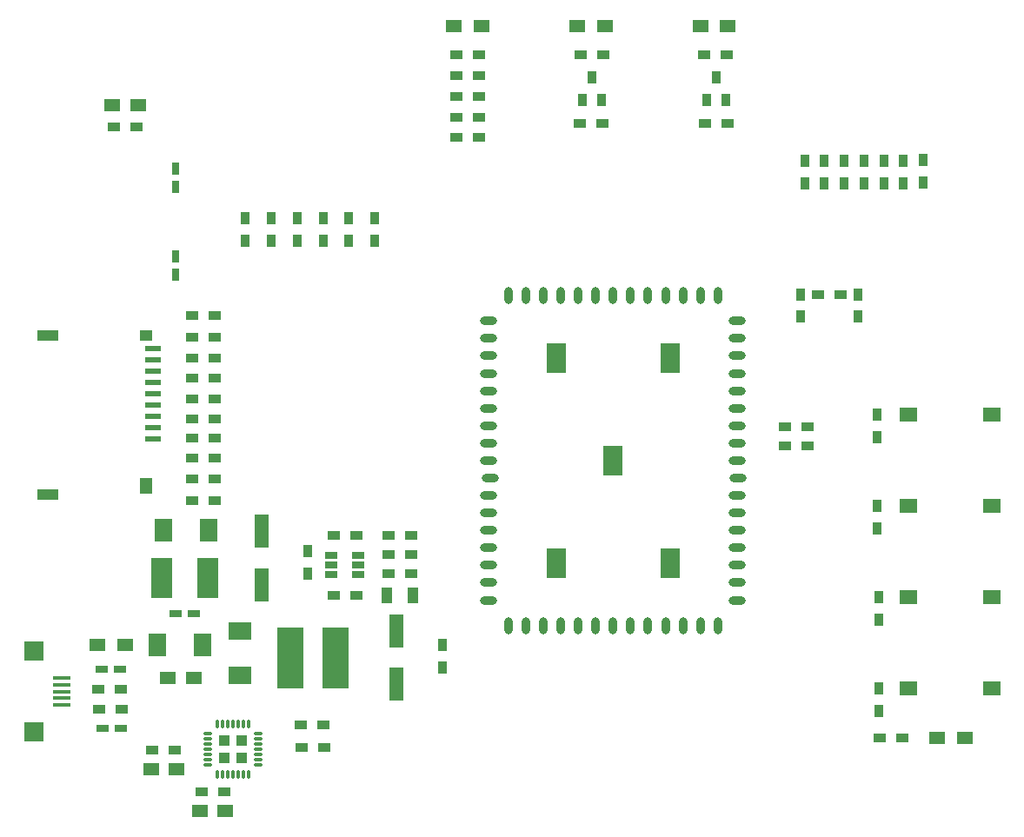
<source format=gtp>
G04 #@! TF.GenerationSoftware,KiCad,Pcbnew,(5.0.2)-1*
G04 #@! TF.CreationDate,2019-05-31T08:04:00+07:00*
G04 #@! TF.ProjectId,HY-AI7688H,48592d41-4937-4363-9838-482e6b696361,A*
G04 #@! TF.SameCoordinates,Original*
G04 #@! TF.FileFunction,Paste,Top*
G04 #@! TF.FilePolarity,Positive*
%FSLAX46Y46*%
G04 Gerber Fmt 4.6, Leading zero omitted, Abs format (unit mm)*
G04 Created by KiCad (PCBNEW (5.0.2)-1) date 31/05/2019 8:04:00 SA*
%MOMM*%
%LPD*%
G01*
G04 APERTURE LIST*
%ADD10R,2.624000X6.000000*%
%ADD11R,1.200000X0.900000*%
%ADD12O,1.700000X0.800000*%
%ADD13O,0.800000X1.700000*%
%ADD14R,1.900000X2.900000*%
%ADD15R,0.900000X1.200000*%
%ADD16R,1.750000X0.400000*%
%ADD17R,1.900000X1.900000*%
%ADD18R,1.676400X1.422400*%
%ADD19R,1.500000X1.300000*%
%ADD20R,0.800000X1.200000*%
%ADD21R,1.200000X0.800000*%
%ADD22R,1.500000X1.250000*%
%ADD23R,1.496060X0.596900*%
%ADD24R,1.297940X1.097280*%
%ADD25R,1.297940X1.496060*%
%ADD26R,2.098040X1.097280*%
%ADD27R,0.898400X1.298400*%
%ADD28R,1.398400X3.298400*%
%ADD29R,1.778000X2.286000*%
%ADD30R,2.286000X1.778000*%
%ADD31R,2.000000X4.000000*%
%ADD32R,1.220000X0.650000*%
%ADD33R,1.000000X1.500000*%
%ADD34R,1.005000X1.005000*%
%ADD35O,0.300000X0.850000*%
%ADD36O,0.850000X0.300000*%
G04 APERTURE END LIST*
D10*
G04 #@! TO.C,L1*
X99750000Y-101750000D03*
X104150000Y-101750000D03*
G04 #@! TD*
D11*
G04 #@! TO.C,R9*
X118150000Y-47000000D03*
X115950000Y-47000000D03*
G04 #@! TD*
G04 #@! TO.C,R11*
X81090000Y-104800000D03*
X83290000Y-104800000D03*
G04 #@! TD*
D12*
G04 #@! TO.C,U2*
X143312000Y-96100000D03*
X143312000Y-94400000D03*
X143312000Y-92700000D03*
X143312000Y-91000000D03*
X143312000Y-89300000D03*
X143312000Y-87600000D03*
X143312000Y-85900000D03*
X143412000Y-84200000D03*
X143312000Y-82500000D03*
X143312000Y-80800000D03*
X143312000Y-79100000D03*
X143312000Y-77400000D03*
X143312000Y-75700000D03*
X143312000Y-74000000D03*
X143312000Y-72300000D03*
X143312000Y-70600000D03*
X143312000Y-68900000D03*
D13*
X121012000Y-98600000D03*
X122712000Y-98600000D03*
X124412000Y-98600000D03*
X126112000Y-98600000D03*
X127812000Y-98600000D03*
X129512000Y-98600000D03*
X131212000Y-98600000D03*
X132912000Y-98600000D03*
X134612000Y-98600000D03*
X136312000Y-98600000D03*
X138012000Y-98600000D03*
X139712000Y-98600000D03*
X141412000Y-98600000D03*
X141412000Y-66400000D03*
X139712000Y-66400000D03*
X138012000Y-66400000D03*
X136312000Y-66400000D03*
X134612000Y-66400000D03*
X132912000Y-66400000D03*
X131212000Y-66400000D03*
X129512000Y-66400000D03*
X127812000Y-66400000D03*
X126112000Y-66400000D03*
X124412000Y-66400000D03*
X122712000Y-66400000D03*
X121012000Y-66400000D03*
D12*
X119112000Y-68900000D03*
X119112000Y-70600000D03*
X119112000Y-72300000D03*
X119112000Y-74000000D03*
X119112000Y-75700000D03*
X119112000Y-77400000D03*
X119112000Y-79100000D03*
X119112000Y-80800000D03*
X119112000Y-82500000D03*
X119212000Y-84200000D03*
X119112000Y-85900000D03*
X119112000Y-87600000D03*
X119112000Y-89300000D03*
X119112000Y-91000000D03*
X119112000Y-92700000D03*
X119112000Y-94400000D03*
X119112000Y-96100000D03*
D14*
X136737000Y-92500000D03*
X125687000Y-92500000D03*
X131212000Y-82500000D03*
X125687000Y-72500000D03*
X136737000Y-72500000D03*
G04 #@! TD*
D11*
G04 #@! TO.C,R16*
X118150000Y-51050000D03*
X115950000Y-51050000D03*
G04 #@! TD*
D15*
G04 #@! TO.C,C1*
X108000000Y-61100000D03*
X108000000Y-58900000D03*
G04 #@! TD*
D16*
G04 #@! TO.C,P1*
X77500000Y-103700000D03*
X77500000Y-104350000D03*
X77500000Y-105000000D03*
X77500000Y-105650000D03*
X77500000Y-106300000D03*
D17*
X74825000Y-101050000D03*
X74825000Y-108950000D03*
G04 #@! TD*
D15*
G04 #@! TO.C,R30*
X156943000Y-86880000D03*
X156943000Y-89080000D03*
G04 #@! TD*
D11*
G04 #@! TO.C,C16*
X150130000Y-79170000D03*
X147930000Y-79170000D03*
G04 #@! TD*
G04 #@! TO.C,C17*
X150130000Y-81030000D03*
X147930000Y-81030000D03*
G04 #@! TD*
D15*
G04 #@! TO.C,C26*
X157090000Y-104690000D03*
X157090000Y-106890000D03*
G04 #@! TD*
D11*
G04 #@! TO.C,R4*
X92435500Y-72535554D03*
X90235500Y-72535554D03*
G04 #@! TD*
G04 #@! TO.C,R3*
X92435500Y-70457777D03*
X90235500Y-70457777D03*
G04 #@! TD*
G04 #@! TO.C,R2*
X92435500Y-68380000D03*
X90235500Y-68380000D03*
G04 #@! TD*
G04 #@! TO.C,R34*
X142300000Y-42950000D03*
X140100000Y-42950000D03*
G04 #@! TD*
G04 #@! TO.C,R33*
X142400000Y-49650000D03*
X140200000Y-49650000D03*
G04 #@! TD*
G04 #@! TO.C,R32*
X157180000Y-109510000D03*
X159380000Y-109510000D03*
G04 #@! TD*
D15*
G04 #@! TO.C,R31*
X156943000Y-77990000D03*
X156943000Y-80190000D03*
G04 #@! TD*
D11*
G04 #@! TO.C,R29*
X115950000Y-42950000D03*
X118150000Y-42950000D03*
G04 #@! TD*
G04 #@! TO.C,R28*
X130225000Y-42950000D03*
X128025000Y-42950000D03*
G04 #@! TD*
G04 #@! TO.C,R27*
X130200000Y-49650000D03*
X128000000Y-49650000D03*
G04 #@! TD*
D15*
G04 #@! TO.C,R24*
X151791166Y-55469000D03*
X151791166Y-53269000D03*
G04 #@! TD*
D11*
G04 #@! TO.C,R23*
X153375000Y-66294000D03*
X151175000Y-66294000D03*
G04 #@! TD*
D15*
G04 #@! TO.C,R22*
X149865000Y-55512000D03*
X149865000Y-53312000D03*
G04 #@! TD*
G04 #@! TO.C,R20*
X153717332Y-53269000D03*
X153717332Y-55469000D03*
G04 #@! TD*
G04 #@! TO.C,R19*
X155643498Y-53269000D03*
X155643498Y-55469000D03*
G04 #@! TD*
G04 #@! TO.C,R18*
X157569664Y-53269000D03*
X157569664Y-55469000D03*
G04 #@! TD*
G04 #@! TO.C,R17*
X161422000Y-53226000D03*
X161422000Y-55426000D03*
G04 #@! TD*
D11*
G04 #@! TO.C,R15*
X115950000Y-49025000D03*
X118150000Y-49025000D03*
G04 #@! TD*
G04 #@! TO.C,R14*
X103050000Y-110470000D03*
X100850000Y-110470000D03*
G04 #@! TD*
G04 #@! TO.C,R13*
X103030000Y-108210000D03*
X100830000Y-108210000D03*
G04 #@! TD*
G04 #@! TO.C,R10*
X118150000Y-44975000D03*
X115950000Y-44975000D03*
G04 #@! TD*
G04 #@! TO.C,R8*
X92450000Y-86390000D03*
X90250000Y-86390000D03*
G04 #@! TD*
G04 #@! TO.C,R7*
X92435500Y-84312216D03*
X90235500Y-84312216D03*
G04 #@! TD*
G04 #@! TO.C,R6*
X92435500Y-82234439D03*
X90235500Y-82234439D03*
G04 #@! TD*
G04 #@! TO.C,R1*
X92435500Y-76461108D03*
X90235500Y-76461108D03*
G04 #@! TD*
D15*
G04 #@! TO.C,C25*
X157058000Y-95800000D03*
X157058000Y-98000000D03*
G04 #@! TD*
G04 #@! TO.C,C20*
X155067000Y-68494000D03*
X155067000Y-66294000D03*
G04 #@! TD*
G04 #@! TO.C,C19*
X149438000Y-68494000D03*
X149438000Y-66294000D03*
G04 #@! TD*
G04 #@! TO.C,C13*
X100440000Y-61100000D03*
X100440000Y-58900000D03*
G04 #@! TD*
G04 #@! TO.C,C12*
X102960000Y-61100000D03*
X102960000Y-58900000D03*
G04 #@! TD*
D11*
G04 #@! TO.C,C11*
X92400000Y-78423885D03*
X90200000Y-78423885D03*
G04 #@! TD*
G04 #@! TO.C,C9*
X92400000Y-80271662D03*
X90200000Y-80271662D03*
G04 #@! TD*
G04 #@! TO.C,C8*
X92400000Y-74498331D03*
X90200000Y-74498331D03*
G04 #@! TD*
D15*
G04 #@! TO.C,C6*
X95400000Y-61100000D03*
X95400000Y-58900000D03*
G04 #@! TD*
G04 #@! TO.C,C5*
X97920000Y-61100000D03*
X97920000Y-58900000D03*
G04 #@! TD*
G04 #@! TO.C,C4*
X105480000Y-61100000D03*
X105480000Y-58900000D03*
G04 #@! TD*
D11*
G04 #@! TO.C,C3*
X82580000Y-49980000D03*
X84780000Y-49980000D03*
G04 #@! TD*
D18*
G04 #@! TO.C,SW2*
X159936000Y-86893333D03*
X168064000Y-86893333D03*
G04 #@! TD*
G04 #@! TO.C,SW1*
X159936000Y-78000000D03*
X168064000Y-78000000D03*
G04 #@! TD*
D19*
G04 #@! TO.C,FB1*
X80950000Y-100460000D03*
X83650000Y-100460000D03*
G04 #@! TD*
G04 #@! TO.C,D8*
X142400000Y-40200000D03*
X139700000Y-40200000D03*
G04 #@! TD*
G04 #@! TO.C,D7*
X162770000Y-109510000D03*
X165470000Y-109510000D03*
G04 #@! TD*
G04 #@! TO.C,D6*
X118400000Y-40200000D03*
X115700000Y-40200000D03*
G04 #@! TD*
G04 #@! TO.C,D5*
X130400000Y-40200000D03*
X127700000Y-40200000D03*
G04 #@! TD*
D20*
G04 #@! TO.C,D4*
X88570000Y-55820000D03*
X88570000Y-54020000D03*
G04 #@! TD*
G04 #@! TO.C,D3*
X88570000Y-62580000D03*
X88570000Y-64380000D03*
G04 #@! TD*
D21*
G04 #@! TO.C,D1*
X81490000Y-108620000D03*
X83290000Y-108620000D03*
G04 #@! TD*
D18*
G04 #@! TO.C,SW4*
X159936000Y-104680000D03*
X168064000Y-104680000D03*
G04 #@! TD*
G04 #@! TO.C,SW3*
X159936000Y-95786666D03*
X168064000Y-95786666D03*
G04 #@! TD*
D15*
G04 #@! TO.C,R21*
X159495830Y-53269000D03*
X159495830Y-55469000D03*
G04 #@! TD*
D22*
G04 #@! TO.C,C2*
X82430000Y-47880000D03*
X84930000Y-47880000D03*
G04 #@! TD*
G04 #@! TO.C,C7*
X90380000Y-103650000D03*
X87880000Y-103650000D03*
G04 #@! TD*
D23*
G04 #@! TO.C,MicroSD*
X86373620Y-80347900D03*
X86373620Y-79248080D03*
X86373620Y-78148260D03*
X86373620Y-77050980D03*
X86373620Y-75951160D03*
X86373620Y-74851340D03*
X86373620Y-73751520D03*
X86373620Y-72651700D03*
X86373620Y-71551880D03*
D24*
X85748780Y-70350460D03*
D25*
X85748780Y-84947840D03*
D26*
X76150120Y-70350460D03*
X76150120Y-85849540D03*
G04 #@! TD*
D27*
G04 #@! TO.C,Q2*
X141247460Y-45197640D03*
X142202500Y-47407440D03*
X140300040Y-47407440D03*
G04 #@! TD*
G04 #@! TO.C,Q1*
X129147460Y-45197640D03*
X130102500Y-47407440D03*
X128200040Y-47407440D03*
G04 #@! TD*
D28*
G04 #@! TO.C,C22*
X97000000Y-89400000D03*
X97000000Y-94600000D03*
G04 #@! TD*
G04 #@! TO.C,C28*
X110100000Y-104300000D03*
X110100000Y-99100000D03*
G04 #@! TD*
D29*
G04 #@! TO.C,D10*
X91807000Y-89250000D03*
X87453000Y-89250000D03*
G04 #@! TD*
D30*
G04 #@! TO.C,D11*
X94900000Y-103427000D03*
X94900000Y-99073000D03*
G04 #@! TD*
D21*
G04 #@! TO.C,D12*
X90380000Y-97430000D03*
X88580000Y-97430000D03*
G04 #@! TD*
D31*
G04 #@! TO.C,F1*
X91750000Y-93910000D03*
X87250000Y-93910000D03*
G04 #@! TD*
D32*
G04 #@! TO.C,U3*
X103740000Y-93600000D03*
X103740000Y-92650000D03*
X103740000Y-91700000D03*
X106360000Y-91700000D03*
X106360000Y-92650000D03*
X106360000Y-93600000D03*
G04 #@! TD*
D21*
G04 #@! TO.C,D2*
X81410000Y-102830000D03*
X83210000Y-102830000D03*
G04 #@! TD*
D29*
G04 #@! TO.C,D9*
X91217000Y-100480000D03*
X86863000Y-100480000D03*
G04 #@! TD*
D11*
G04 #@! TO.C,R12*
X83310000Y-106690000D03*
X81110000Y-106690000D03*
G04 #@! TD*
D22*
G04 #@! TO.C,C14*
X90950000Y-116600000D03*
X93450000Y-116600000D03*
G04 #@! TD*
D11*
G04 #@! TO.C,C15*
X91130000Y-114730000D03*
X93330000Y-114730000D03*
G04 #@! TD*
D22*
G04 #@! TO.C,C18*
X88690000Y-112540000D03*
X86190000Y-112540000D03*
G04 #@! TD*
D15*
G04 #@! TO.C,C23*
X101450000Y-93500000D03*
X101450000Y-91300000D03*
G04 #@! TD*
D11*
G04 #@! TO.C,C24*
X104050000Y-95600000D03*
X106250000Y-95600000D03*
G04 #@! TD*
G04 #@! TO.C,C27*
X109385500Y-91611666D03*
X111585500Y-91611666D03*
G04 #@! TD*
D15*
G04 #@! TO.C,C29*
X114600000Y-102650000D03*
X114600000Y-100450000D03*
G04 #@! TD*
D11*
G04 #@! TO.C,R5*
X104020000Y-89750000D03*
X106220000Y-89750000D03*
G04 #@! TD*
G04 #@! TO.C,R25*
X111550000Y-89750000D03*
X109350000Y-89750000D03*
G04 #@! TD*
G04 #@! TO.C,R26*
X111550000Y-93473332D03*
X109350000Y-93473332D03*
G04 #@! TD*
G04 #@! TO.C,C21*
X86320000Y-110710000D03*
X88520000Y-110710000D03*
G04 #@! TD*
D33*
G04 #@! TO.C,D13*
X111700000Y-95600000D03*
X109200000Y-95600000D03*
G04 #@! TD*
D34*
G04 #@! TO.C,U1*
X93362500Y-109762500D03*
X93362500Y-111437500D03*
X95037500Y-109762500D03*
X95037500Y-111437500D03*
D35*
X92700000Y-108150000D03*
X93200000Y-108150000D03*
X93700000Y-108150000D03*
X94200000Y-108150000D03*
X94700000Y-108150000D03*
X95200000Y-108150000D03*
X95700000Y-108150000D03*
D36*
X96650000Y-109100000D03*
X96650000Y-109600000D03*
X96650000Y-110100000D03*
X96650000Y-110600000D03*
X96650000Y-111100000D03*
X96650000Y-111600000D03*
X96650000Y-112100000D03*
D35*
X95700000Y-113050000D03*
X95200000Y-113050000D03*
X94700000Y-113050000D03*
X94200000Y-113050000D03*
X93700000Y-113050000D03*
X93200000Y-113050000D03*
X92700000Y-113050000D03*
D36*
X91750000Y-112100000D03*
X91750000Y-111600000D03*
X91750000Y-111100000D03*
X91750000Y-110600000D03*
X91750000Y-110100000D03*
X91750000Y-109600000D03*
X91750000Y-109100000D03*
G04 #@! TD*
M02*

</source>
